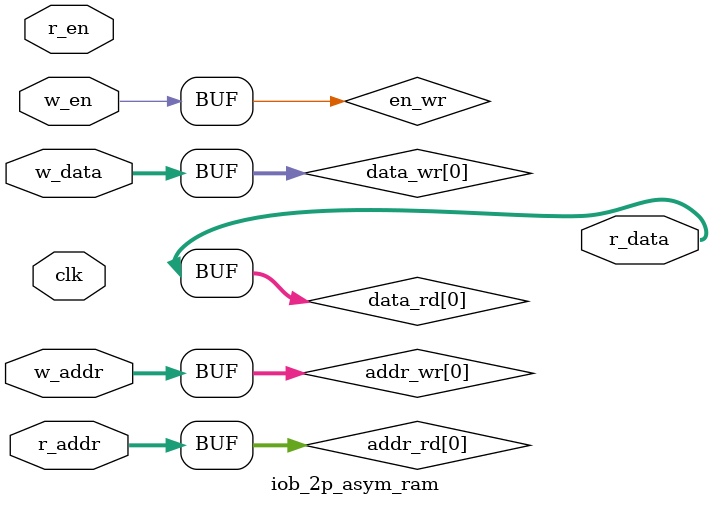
<source format=v>
`timescale 1ns / 1ps
`define max(a,b) {(a) > (b) ? (a) : (b)}
`define min(a,b) {(a) < (b) ? (a) : (b)}

module iob_2p_asym_ram
  #(
    parameter W_DATA_W = 0,
    parameter W_ADDR_W = 0,
    parameter R_DATA_W = 0,
    parameter R_ADDR_W = 0
    )
   (
    input                     clk,
    //write port
    input                     w_en,
    input [W_DATA_W-1:0]      w_data,
    input [W_ADDR_W-1:0]      w_addr,
    //read port
    input                     r_en,
    input [R_ADDR_W-1:0]      r_addr,
    output reg [R_DATA_W-1:0] r_data
    );

   //determine the number of blocks N
   localparam MAXDATA_W = `max(W_DATA_W, R_DATA_W);
   localparam MINDATA_W = `min(W_DATA_W, R_DATA_W);
   localparam N = MAXDATA_W/MINDATA_W;
   localparam MAXADDR_W = `max(W_ADDR_W, R_ADDR_W);
   localparam MINADDR_W = `min(W_ADDR_W, R_ADDR_W);
   

   //memory buses
   //write buses
   reg [N-1:0]                en_wr;
   reg [MINDATA_W-1:0]        data_wr [N-1:0];
   reg [MINADDR_W-1:0]        addr_wr [N-1:0];

   //read buses
   wire [MINDATA_W-1:0]       data_rd [N-1:0];
   reg [MINADDR_W-1:0]        addr_rd [N-1:0];

   //instantiate N RAM blocks and connect them to the buses
   genvar                 i;
   generate 
      for (i=0; i<N; i=i+1) begin
         iob_2p_ram
             #(
               .DATA_W(MINDATA_W),
               .ADDR_W(MINADDR_W)
               )
         iob_2p_ram_inst
             (
              .clk(clk),
              .w_en(en_wr[i]),
              .w_addr(addr_wr[i]),
              .w_data(data_wr[i]),
              .r_en(r_en),
              .r_addr(addr_rd[i]),
              .r_data(data_rd[i])              
              );
         
      end
   endgenerate

   integer j,k,l;
   generate

      //WRITE DATA WIDER THAN READ DATA

      if (W_DATA_W > R_DATA_W) begin
         
         //write parallel
         always @* begin
            for (j=0; j < N; j= j+1) begin
               en_wr[j] = w_en;
               data_wr[j] = w_data[j*MINDATA_W +: MINDATA_W];
               addr_wr[j] = w_addr;
            end
         end
         
         //read serial
         always @* begin
            for (k=0; k < N; k= k+1) begin
               addr_rd[k] = r_addr[R_ADDR_W-1-:W_ADDR_W];
            end
         end

         //read address register
         reg [MAXDATA_W-MINDATA_W-1:0] r_addr_lsbs_reg;
         always @(posedge clk)
           r_addr_lsbs_reg <= r_addr[R_ADDR_W-W_ADDR_W-1:0];
           
         //read mux
         always @* begin
            r_data = 1'b0;
            for (l=0; l < N; l= l+1) begin
               r_data = data_rd[r_addr_lsbs_reg];
            end
         end
         
      //READ DATA WIDER THAN OR EQUAL TO WRITE DATA 
      end else  if (W_DATA_W < R_DATA_W) begin
         //write serial
         always @* begin
            for (j=0; j < N; j= j+1) begin
               en_wr[j] = w_en & (w_addr[W_ADDR_W-R_ADDR_W-1:0] == j[W_ADDR_W-R_ADDR_W-1:0]);
               data_wr[j] = w_data;
               addr_wr[j] = w_addr[R_ADDR_W-1:0];
            end
         end
         //read parallel
         always @* begin
            r_data = 1'b0;
            for (k=0; k < N; k= k+1) begin
               addr_rd[k] = r_addr;
               r_data[k*MINDATA_W +: MINDATA_W] = data_rd[k];
            end
         end
      end else begin
         //write serial
         always @* begin
            en_wr[0] = w_en;
            data_wr[0] = w_data;
            addr_wr[0] = w_addr;
         end
         //read parallel
         always @* begin
            addr_rd[0] = r_addr;
            r_data = data_rd[0];
         end
      end
   endgenerate
endmodule

</source>
